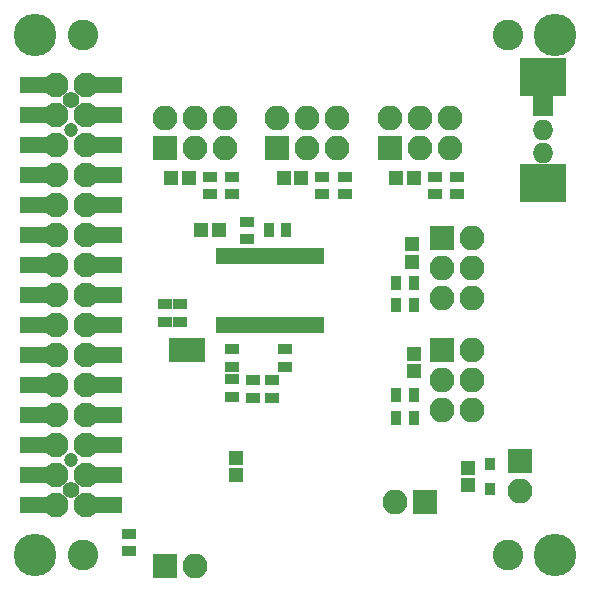
<source format=gts>
G04 #@! TF.FileFunction,Soldermask,Top*
%FSLAX46Y46*%
G04 Gerber Fmt 4.6, Leading zero omitted, Abs format (unit mm)*
G04 Created by KiCad (PCBNEW 4.0.7) date 09/04/18 00:03:24*
%MOMM*%
%LPD*%
G01*
G04 APERTURE LIST*
%ADD10C,0.100000*%
%ADD11C,0.127000*%
%ADD12C,3.600000*%
%ADD13R,1.150000X1.200000*%
%ADD14R,0.850000X1.000000*%
%ADD15C,2.600000*%
%ADD16R,1.200000X1.150000*%
%ADD17R,2.100000X2.100000*%
%ADD18O,2.100000X2.100000*%
%ADD19R,1.568400X2.000200*%
%ADD20R,0.900000X1.300000*%
%ADD21R,1.300000X0.900000*%
%ADD22R,3.900000X3.200000*%
%ADD23R,1.750000X1.750000*%
%ADD24O,1.750000X1.750000*%
%ADD25R,0.704800X1.390600*%
%ADD26C,1.200000*%
%ADD27C,1.400000*%
%ADD28R,3.550000X1.400000*%
%ADD29C,2.100000*%
G04 APERTURE END LIST*
D10*
D11*
X119798800Y-113594400D02*
X119951200Y-113594400D01*
X119951200Y-113594400D02*
X119951200Y-111765600D01*
X119951200Y-111765600D02*
X119798800Y-111765600D01*
X119798800Y-111765600D02*
X119798800Y-113594400D01*
D12*
X107000000Y-130000000D03*
D13*
X143624000Y-122598000D03*
X143624000Y-124098000D03*
D14*
X145529000Y-124398000D03*
X145529000Y-122298000D03*
D12*
X107000000Y-86000000D03*
X151000000Y-86000000D03*
X151000000Y-130000000D03*
D15*
X111000000Y-130000000D03*
X111000000Y-86000000D03*
X147000000Y-86000000D03*
X147000000Y-130000000D03*
D13*
X124000000Y-121750000D03*
X124000000Y-123250000D03*
D16*
X122530000Y-102520000D03*
X121030000Y-102520000D03*
D13*
X139052000Y-112946000D03*
X139052000Y-114446000D03*
X138925000Y-103675000D03*
X138925000Y-105175000D03*
D16*
X137540000Y-98075000D03*
X139040000Y-98075000D03*
X128015000Y-98075000D03*
X129515000Y-98075000D03*
X118490000Y-98075000D03*
X119990000Y-98075000D03*
D17*
X140000000Y-125500000D03*
D18*
X137460000Y-125500000D03*
D17*
X148000000Y-122000000D03*
D18*
X148000000Y-124540000D03*
D17*
X117970000Y-130968000D03*
D18*
X120510000Y-130968000D03*
D17*
X141465000Y-112680000D03*
D18*
X144005000Y-112680000D03*
X141465000Y-115220000D03*
X144005000Y-115220000D03*
X141465000Y-117760000D03*
X144005000Y-117760000D03*
D17*
X141465000Y-103155000D03*
D18*
X144005000Y-103155000D03*
X141465000Y-105695000D03*
X144005000Y-105695000D03*
X141465000Y-108235000D03*
X144005000Y-108235000D03*
D17*
X137020000Y-95535000D03*
D18*
X137020000Y-92995000D03*
X139560000Y-95535000D03*
X139560000Y-92995000D03*
X142100000Y-95535000D03*
X142100000Y-92995000D03*
D17*
X127495000Y-95535000D03*
D18*
X127495000Y-92995000D03*
X130035000Y-95535000D03*
X130035000Y-92995000D03*
X132575000Y-95535000D03*
X132575000Y-92995000D03*
D17*
X117970000Y-95535000D03*
D18*
X117970000Y-92995000D03*
X120510000Y-95535000D03*
X120510000Y-92995000D03*
X123050000Y-95535000D03*
X123050000Y-92995000D03*
D19*
X119113000Y-112680000D03*
X120637000Y-112680000D03*
D20*
X139040000Y-118395000D03*
X137540000Y-118395000D03*
X137540000Y-116490000D03*
X139040000Y-116490000D03*
X139040000Y-108870000D03*
X137540000Y-108870000D03*
X137540000Y-106965000D03*
X139040000Y-106965000D03*
D21*
X142735000Y-97960000D03*
X142735000Y-99460000D03*
X140830000Y-99460000D03*
X140830000Y-97960000D03*
X133210000Y-97960000D03*
X133210000Y-99460000D03*
X131305000Y-99460000D03*
X131305000Y-97960000D03*
X123685000Y-97960000D03*
X123685000Y-99460000D03*
X121780000Y-99460000D03*
X121780000Y-97960000D03*
X114922000Y-128186000D03*
X114922000Y-129686000D03*
X117970000Y-108755000D03*
X117970000Y-110255000D03*
X119240000Y-108755000D03*
X119240000Y-110255000D03*
D20*
X126745000Y-102520000D03*
X128245000Y-102520000D03*
D21*
X124955000Y-103270000D03*
X124955000Y-101770000D03*
X128130000Y-112565000D03*
X128130000Y-114065000D03*
X127050500Y-116668500D03*
X127050500Y-115168500D03*
X125463000Y-116668500D03*
X125463000Y-115168500D03*
X123685000Y-112565000D03*
X123685000Y-114065000D03*
X123685000Y-116605000D03*
X123685000Y-115105000D03*
D22*
X150000000Y-98500000D03*
D23*
X150000000Y-92000000D03*
D24*
X150000000Y-94000000D03*
X150000000Y-96000000D03*
D22*
X150000000Y-89500000D03*
D25*
X122635980Y-110515920D03*
X123286220Y-110515920D03*
X123936460Y-110515920D03*
X124586700Y-110515920D03*
X125236940Y-110515920D03*
X125887180Y-110515920D03*
X126537420Y-110515920D03*
X127182580Y-110515920D03*
X127832820Y-110515920D03*
X128483060Y-110515920D03*
X129133300Y-110515920D03*
X129783540Y-110515920D03*
X130433780Y-110515920D03*
X131084020Y-110515920D03*
X131084020Y-104684080D03*
X130433780Y-104684080D03*
X129783540Y-104684080D03*
X129133300Y-104684080D03*
X128483060Y-104684080D03*
X127832820Y-104684080D03*
X127182580Y-104684080D03*
X126537420Y-104684080D03*
X125887180Y-104684080D03*
X125236940Y-104684080D03*
X124586700Y-104684080D03*
X123936460Y-104684080D03*
X123286220Y-104684080D03*
X122635980Y-104684080D03*
D26*
X110000000Y-121970000D03*
D27*
X110000000Y-124510000D03*
D26*
X110000000Y-94030000D03*
D28*
X107475000Y-90220000D03*
X107475000Y-102920000D03*
X107475000Y-100380000D03*
X107475000Y-97840000D03*
X107475000Y-95300000D03*
X107475000Y-92760000D03*
D26*
X106825000Y-90220000D03*
D28*
X112525000Y-90220000D03*
X112525000Y-92760000D03*
X112525000Y-95300000D03*
X112525000Y-97840000D03*
X112525000Y-100380000D03*
X112525000Y-102920000D03*
X107475000Y-105460000D03*
X112525000Y-105460000D03*
X107475000Y-108000000D03*
X112525000Y-108000000D03*
X107475000Y-110540000D03*
X112525000Y-110540000D03*
X107475000Y-113080000D03*
X112525000Y-113080000D03*
X107475000Y-115620000D03*
X112525000Y-115620000D03*
X107475000Y-118160000D03*
X112525000Y-118160000D03*
X107475000Y-120700000D03*
X112525000Y-120700000D03*
X107475000Y-123240000D03*
X112525000Y-123240000D03*
X107475000Y-125780000D03*
X112525000Y-125780000D03*
D26*
X106825000Y-92760000D03*
X106825000Y-95300000D03*
X106825000Y-97840000D03*
X106825000Y-100380000D03*
X106825000Y-102920000D03*
X106825000Y-105460000D03*
X106825000Y-108000000D03*
X106825000Y-110540000D03*
X106825000Y-113080000D03*
X106825000Y-115620000D03*
X106825000Y-118160000D03*
X106825000Y-120700000D03*
X106825000Y-123240000D03*
X106825000Y-125780000D03*
X113175000Y-90220000D03*
X113175000Y-92760000D03*
X113175000Y-95300000D03*
X113175000Y-97840000D03*
X113175000Y-100380000D03*
X113175000Y-102920000D03*
X113175000Y-105460000D03*
X113175000Y-108000000D03*
X113175000Y-110540000D03*
X113175000Y-113080000D03*
X113175000Y-115620000D03*
X113175000Y-118160000D03*
X113175000Y-120700000D03*
X113175000Y-123240000D03*
X113175000Y-125780000D03*
D27*
X110000000Y-91490000D03*
D29*
X108730000Y-90220000D03*
X111270000Y-90220000D03*
X108730000Y-92760000D03*
X111270000Y-92760000D03*
X108730000Y-95300000D03*
X111270000Y-95300000D03*
X108730000Y-97840000D03*
X111270000Y-97840000D03*
X108730000Y-100380000D03*
X111270000Y-100380000D03*
X108730000Y-102920000D03*
X111270000Y-102920000D03*
X108730000Y-105460000D03*
X111270000Y-105460000D03*
X108730000Y-108000000D03*
X111270000Y-108000000D03*
X108730000Y-110540000D03*
X111270000Y-110540000D03*
X108730000Y-113080000D03*
X111270000Y-113080000D03*
X108730000Y-115620000D03*
X111270000Y-115620000D03*
X108730000Y-118160000D03*
X111270000Y-118160000D03*
X108730000Y-120700000D03*
X111270000Y-120700000D03*
X108730000Y-123240000D03*
X111270000Y-123240000D03*
X108730000Y-125780000D03*
X111270000Y-125780000D03*
M02*

</source>
